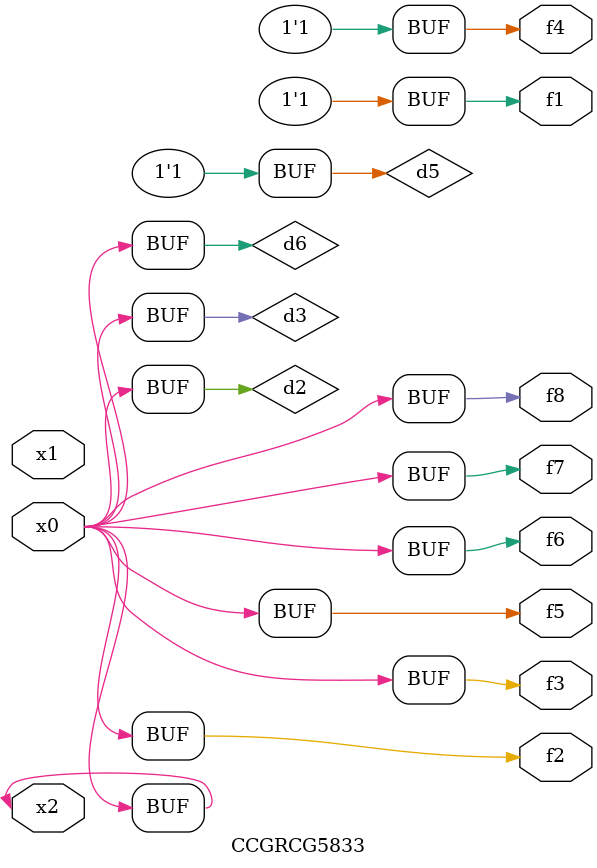
<source format=v>
module CCGRCG5833(
	input x0, x1, x2,
	output f1, f2, f3, f4, f5, f6, f7, f8
);

	wire d1, d2, d3, d4, d5, d6;

	xnor (d1, x2);
	buf (d2, x0, x2);
	and (d3, x0);
	xnor (d4, x1, x2);
	nand (d5, d1, d3);
	buf (d6, d2, d3);
	assign f1 = d5;
	assign f2 = d6;
	assign f3 = d6;
	assign f4 = d5;
	assign f5 = d6;
	assign f6 = d6;
	assign f7 = d6;
	assign f8 = d6;
endmodule

</source>
